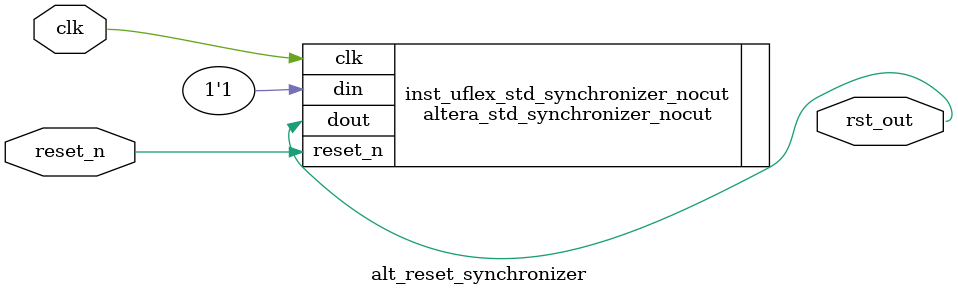
<source format=v>
module alt_reset_synchronizer
#(
    //The purpose of the wrapper provides flexibility for future modification
    parameter depth     = 2, // This value must be >= 2 !
    parameter rst_value = 0
 )
 (
    input    clk,
    input    reset_n,
    output   rst_out
 );

    altera_std_synchronizer_nocut #(.depth(depth),.rst_value(rst_value)) inst_uflex_std_synchronizer_nocut (.clk(clk),.reset_n(reset_n),.din(~rst_value[0]),.dout(rst_out));

endmodule


</source>
